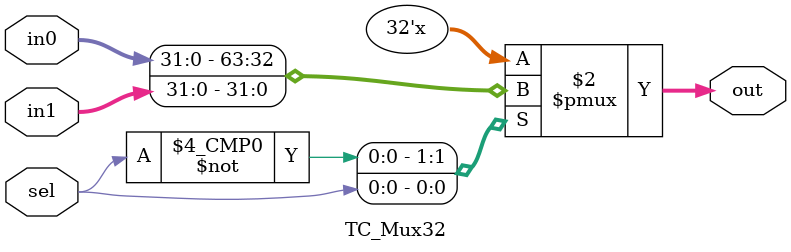
<source format=v>
module TC_Mux32(sel, in0, in1, out);
    input sel;
    input [31:0] in0;
    input [31:0] in1;
    output reg [31:0] out;
    
    always @ (sel or in0 or in1) begin
        case(sel)
        1'b0 : out <= in0;
        1'b1 : out <= in1;
        endcase
    end
endmodule


</source>
